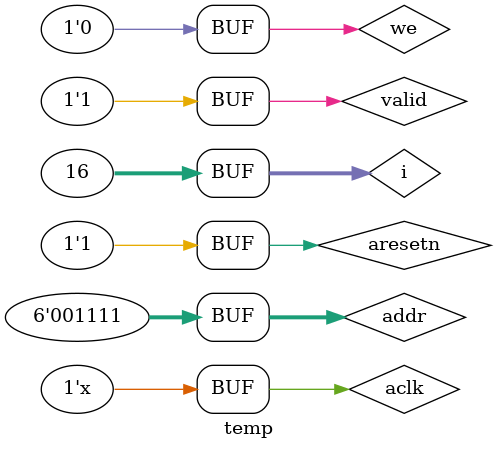
<source format=v>
`timescale 1ns / 1ps
module temp;
    parameter L_RAM_SIZE = 6;
    
    reg aclk;
    reg aresetn;
    // port A
    reg [31:0] ain;
    // peram -> port B 
    reg [31:0] din;
    reg [L_RAM_SIZE-1:0]  addr;
    reg we;
    // integrated valid signal -> for input ready..
    reg valid;
    // computation result

    wire dvalid;
    wire [31:0] dout;
    integer i;

    initial begin 
        aclk <= 1;
        aresetn = 0;
        valid = 0;
        #10;
        
// Load matrix to local register
        aresetn = 1; // negative reset
        we = 1;

        for(i=0; i<16; i=i+1) begin
            din = $urandom%(2**31);
            addr = i;
            #10; // TODO :: delay control !
        end
// MAC 
        valid = 1;
        we = 0;
        for(i=0; i<16; i=i+1) begin
            ain = $urandom%(2**31);
            addr = i;
            #160; // TODO :: delay control for MAC -> use valid signal?
        end
    end
    
    always #5 aclk = ~aclk;
    
    my_pe #(.L_RAM_SIZE(6)) mac(
        .aclk(aclk),
        .aresetn(aresetn),
        .ain(ain),
        .din(din),
        .addr(addr),
        .we(we),
        .valid(valid),
        .dvalid(dvalid),
        .dout(dout)
        );

endmodule
</source>
